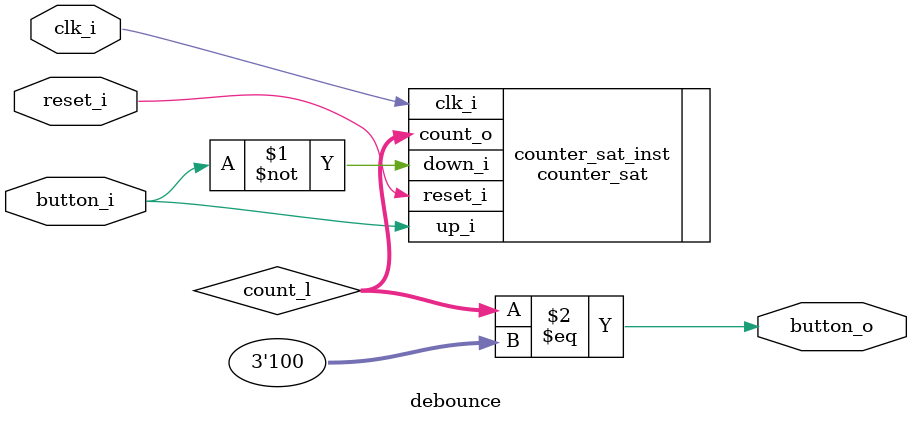
<source format=sv>
module debounce
  #(parameter min_delay_p = 4
    )
   (input [0:0] clk_i
   ,input [0:0] reset_i
   ,input [0:0] button_i
   ,output [0:0] button_o);

   // Your code here:

  wire [$clog2(min_delay_p):0] count_l;

  counter_sat
    #(.width_p($clog2(min_delay_p)+1),
      .reset_val_p(0),
      .sat_val_p(min_delay_p)
    )
  counter_sat_inst (
    .clk_i(clk_i),
    .reset_i(reset_i),
    .up_i(button_i),
    .down_i(~button_i),
    .count_o(count_l)
  );

  assign button_o = (count_l == (($clog2(min_delay_p)+1)'(min_delay_p)));
   
endmodule

</source>
